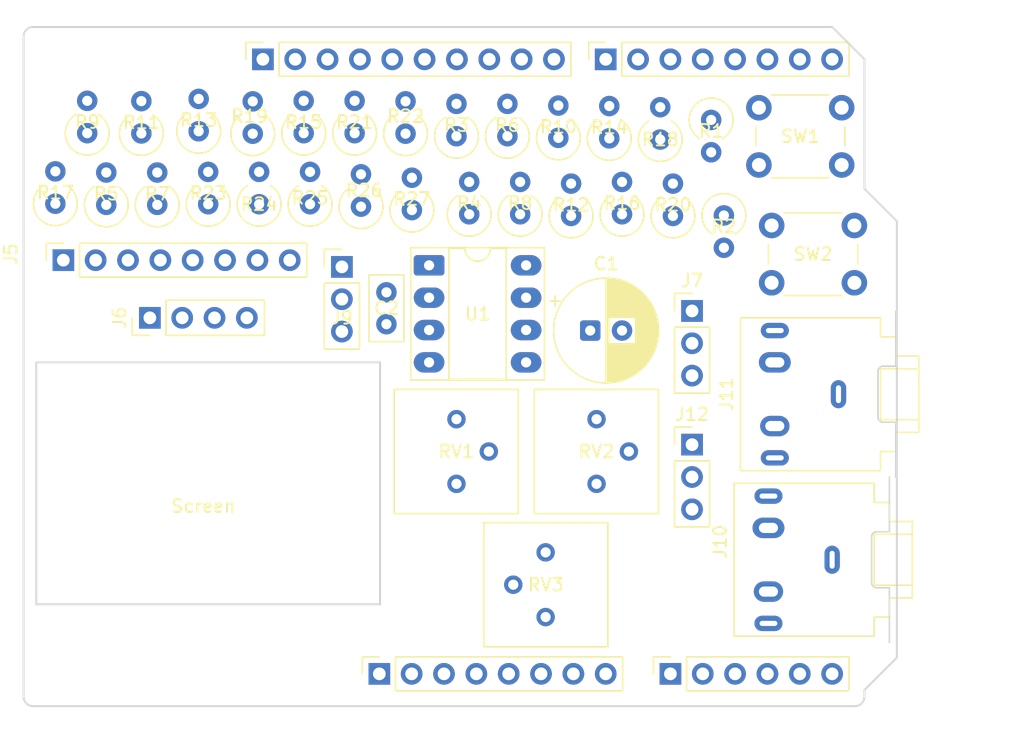
<source format=kicad_pcb>
(kicad_pcb (version 20241229) (generator "pcbnew") (generator_version "9.0")
  (title_block (date "mar. 31 mars 2015"))
  (layers (0 "F.Cu" signal) (2 "B.Cu" signal) (13 "F.Paste" user) (15 "B.Paste" user) (5 "F.SilkS" user "F.Silkscreen") (7 "B.SilkS" user "B.Silkscreen") (1 "F.Mask" user) (3 "B.Mask" user) (25 "Edge.Cuts" user))
  (net 0 "")
  (net 1 "GND")
  (net 3 "+5V")
  (net 4 "/IOREF")
  (net 5 "/A0")
  (net 6 "/A1")
  (net 7 "/SDA{slash}A4")
  (net 8 "/SCL{slash}A5")
  (net 9 "/AREF")
  (net 10 "/TX{slash}1")
  (net 11 "/RX{slash}0")
  (net 12 "+3V3")
  (net 13 "VCC")
  (net 14 "/~{RESET}")
  (net 15 "/SCL")
  (net 16 "/SDA")
  (net 21 "/BT1")
  (net 22 "/BT2")
  (net 23 "Net-(C2-Pad2)")
  (net 24 "Net-(U1A--)")
  (net 25 "/D7")
  (net 26 "/D8")
  (net 27 "/D9")
  (net 28 "/D6")
  (net 29 "/D4")
  (net 30 "/D5")
  (net 31 "/IN_RIGHT")
  (net 32 "/IN_LEFT")
  (net 33 "/D3")
  (net 34 "/D2")
  (net 35 "/D0")
  (net 36 "/D1")
  (net 37 "/AUDIO_OUT")
  (net 38 "Net-(J9-Pin_3)")
  (net 39 "Net-(J9-Pin_2)")
  (net 40 "Net-(R3-Pad2)")
  (net 41 "Net-(R5-Pad1)")
  (net 42 "Net-(R7-Pad1)")
  (net 43 "Net-(R10-Pad1)")
  (net 44 "Net-(R11-Pad1)")
  (net 45 "Net-(R13-Pad1)")
  (net 46 "Net-(R15-Pad1)")
  (net 47 "Net-(R17-Pad1)")
  (net 48 "Net-(R19-Pad1)")
  (net 49 "Net-(R21-Pad1)")
  (net 50 "Net-(R25-Pad2)")
  (net 51 "Net-(R26-Pad1)")
  (net 52 "Net-(U1B--)")
  (footprint "Connector_PinSocket_2.54mm:PinSocket_1x08_P2.54mm_Vertical" (layer "F.Cu") (at 127.94 97.46 90)
    (property "Reference" "J1" (hide yes))
    (property "Value" "Power")
    (pad "1" thru_hole rect (at 0 0 90) (size 1.7 1.7) (drill 1) (layers "*.Cu" "*.Mask"))
    (pad "2" thru_hole oval (at 0 2.54 90) (size 1.7 1.7) (drill 1) (layers "*.Cu" "*.Mask") (net 4 "/IOREF"))
    (pad "3" thru_hole oval (at 0 5.08 90) (size 1.7 1.7) (drill 1) (layers "*.Cu" "*.Mask") (net 14 "/~{RESET}"))
    (pad "4" thru_hole oval (at 0 7.62 90) (size 1.7 1.7) (drill 1) (layers "*.Cu" "*.Mask") (net 12 "+3V3"))
    (pad "5" thru_hole oval (at 0 10.16 90) (size 1.7 1.7) (drill 1) (layers "*.Cu" "*.Mask") (net 3 "+5V"))
    (pad "6" thru_hole oval (at 0 12.7 90) (size 1.7 1.7) (drill 1) (layers "*.Cu" "*.Mask") (net 1 "GND"))
    (pad "7" thru_hole oval (at 0 15.24 90) (size 1.7 1.7) (drill 1) (layers "*.Cu" "*.Mask") (net 1 "GND"))
    (pad "8" thru_hole oval (at 0 17.78 90) (size 1.7 1.7) (drill 1) (layers "*.Cu" "*.Mask") (net 13 "VCC"))
  )
  (footprint "Connector_PinSocket_2.54mm:PinSocket_1x06_P2.54mm_Vertical" (layer "F.Cu") (at 150.8 97.46 90)
    (property "Reference" "J3" (hide yes))
    (property "Value" "Analog")
    (pad "1" thru_hole rect (at 0 0 90) (size 1.7 1.7) (drill 1) (layers "*.Cu" "*.Mask") (net 5 "/A0"))
    (pad "2" thru_hole oval (at 0 2.54 90) (size 1.7 1.7) (drill 1) (layers "*.Cu" "*.Mask") (net 6 "/A1"))
    (pad "3" thru_hole oval (at 0 5.08 90) (size 1.7 1.7) (drill 1) (layers "*.Cu" "*.Mask") (net 31 "/IN_RIGHT"))
    (pad "4" thru_hole oval (at 0 7.62 90) (size 1.7 1.7) (drill 1) (layers "*.Cu" "*.Mask") (net 32 "/IN_LEFT"))
    (pad "5" thru_hole oval (at 0 10.16 90) (size 1.7 1.7) (drill 1) (layers "*.Cu" "*.Mask") (net 7 "/SDA{slash}A4"))
    (pad "6" thru_hole oval (at 0 12.7 90) (size 1.7 1.7) (drill 1) (layers "*.Cu" "*.Mask") (net 8 "/SCL{slash}A5"))
  )
  (footprint "Connector_PinSocket_2.54mm:PinSocket_1x10_P2.54mm_Vertical" (layer "F.Cu") (at 118.796 49.2 90)
    (property "Reference" "J2" (hide yes))
    (property "Value" "Digital/PWM")
    (pad "1" thru_hole rect (at 0 0 90) (size 1.7 1.7) (drill 1) (layers "*.Cu" "*.Mask") (net 15 "/SCL"))
    (pad "2" thru_hole oval (at 0 2.54 90) (size 1.7 1.7) (drill 1) (layers "*.Cu" "*.Mask") (net 16 "/SDA"))
    (pad "3" thru_hole oval (at 0 5.08 90) (size 1.7 1.7) (drill 1) (layers "*.Cu" "*.Mask") (net 9 "/AREF"))
    (pad "4" thru_hole oval (at 0 7.62 90) (size 1.7 1.7) (drill 1) (layers "*.Cu" "*.Mask") (net 1 "GND"))
    (pad "5" thru_hole oval (at 0 10.16 90) (size 1.7 1.7) (drill 1) (layers "*.Cu" "*.Mask") (net 27 "/D9"))
    (pad "6" thru_hole oval (at 0 12.7 90) (size 1.7 1.7) (drill 1) (layers "*.Cu" "*.Mask") (net 26 "/D8"))
    (pad "7" thru_hole oval (at 0 15.24 90) (size 1.7 1.7) (drill 1) (layers "*.Cu" "*.Mask") (net 25 "/D7"))
    (pad "8" thru_hole oval (at 0 17.78 90) (size 1.7 1.7) (drill 1) (layers "*.Cu" "*.Mask") (net 28 "/D6"))
    (pad "9" thru_hole oval (at 0 20.32 90) (size 1.7 1.7) (drill 1) (layers "*.Cu" "*.Mask") (net 30 "/D5"))
    (pad "10" thru_hole oval (at 0 22.86 90) (size 1.7 1.7) (drill 1) (layers "*.Cu" "*.Mask") (net 29 "/D4"))
  )
  (footprint "Connector_PinSocket_2.54mm:PinSocket_1x08_P2.54mm_Vertical" (layer "F.Cu") (at 145.72 49.2 90)
    (property "Reference" "J4" (hide yes))
    (property "Value" "Digital/PWM")
    (pad "1" thru_hole rect (at 0 0 90) (size 1.7 1.7) (drill 1) (layers "*.Cu" "*.Mask") (net 33 "/D3"))
    (pad "2" thru_hole oval (at 0 2.54 90) (size 1.7 1.7) (drill 1) (layers "*.Cu" "*.Mask") (net 34 "/D2"))
    (pad "3" thru_hole oval (at 0 5.08 90) (size 1.7 1.7) (drill 1) (layers "*.Cu" "*.Mask") (net 36 "/D1"))
    (pad "4" thru_hole oval (at 0 7.62 90) (size 1.7 1.7) (drill 1) (layers "*.Cu" "*.Mask") (net 35 "/D0"))
    (pad "5" thru_hole oval (at 0 10.16 90) (size 1.7 1.7) (drill 1) (layers "*.Cu" "*.Mask") (net 22 "/BT2"))
    (pad "6" thru_hole oval (at 0 12.7 90) (size 1.7 1.7) (drill 1) (layers "*.Cu" "*.Mask") (net 21 "/BT1"))
    (pad "7" thru_hole oval (at 0 15.24 90) (size 1.7 1.7) (drill 1) (layers "*.Cu" "*.Mask") (net 10 "/TX{slash}1"))
    (pad "8" thru_hole oval (at 0 17.78 90) (size 1.7 1.7) (drill 1) (layers "*.Cu" "*.Mask") (net 11 "/RX{slash}0"))
  )
  (footprint "Resistor_THT:R_Axial_DIN0309_L9.0mm_D3.2mm_P2.54mm_Vertical" (layer "F.Cu") (at 105 55 90)
    (property "Reference" "R9" (at 0.87 0 180) (layer "F.SilkS"))
    (property "Value" "10k")
    (pad "1" thru_hole circle (at 0 0 90) (size 1.6 1.6) (drill 0.8) (layers "*.Cu" "*.Mask") (net 43 "Net-(R10-Pad1)"))
    (pad "2" thru_hole circle (at 2.54 0 90) (size 1.6 1.6) (drill 0.8) (layers "*.Cu" "*.Mask") (net 42 "Net-(R7-Pad1)"))
  )
  (footprint "Resistor_THT:R_Axial_DIN0309_L9.0mm_D3.2mm_P2.54mm_Vertical" (layer "F.Cu") (at 113.753272 54.85 90)
    (property "Reference" "R13" (at 0.87 0 180) (layer "F.SilkS"))
    (property "Value" "10k")
    (pad "1" thru_hole circle (at 0 0 90) (size 1.6 1.6) (drill 0.8) (layers "*.Cu" "*.Mask") (net 45 "Net-(R13-Pad1)"))
    (pad "2" thru_hole circle (at 2.54 0 90) (size 1.6 1.6) (drill 0.8) (layers "*.Cu" "*.Mask") (net 44 "Net-(R11-Pad1)"))
  )
  (footprint "Resistor_THT:R_Axial_DIN0309_L9.0mm_D3.2mm_P2.54mm_Vertical" (layer "F.Cu") (at 146 55.41 90)
    (property "Reference" "R14" (at 0.87 0 180) (layer "F.SilkS"))
    (property "Value" "20k")
    (pad "1" thru_hole circle (at 0 0 90) (size 1.6 1.6) (drill 0.8) (layers "*.Cu" "*.Mask") (net 45 "Net-(R13-Pad1)"))
    (pad "2" thru_hole circle (at 2.54 0 90) (size 1.6 1.6) (drill 0.8) (layers "*.Cu" "*.Mask") (net 30 "/D5"))
  )
  (footprint "Resistor_THT:R_Axial_DIN0309_L9.0mm_D3.2mm_P2.54mm_Vertical" (layer "F.Cu") (at 150 55.5 90)
    (property "Reference" "R18" (at 0 0 180) (layer "F.SilkS"))
    (property "Value" "20k")
    (pad "1" thru_hole circle (at 0 0 90) (size 1.6 1.6) (drill 0.8) (layers "*.Cu" "*.Mask") (net 47 "Net-(R17-Pad1)"))
    (pad "2" thru_hole circle (at 2.54 0 90) (size 1.6 1.6) (drill 0.8) (layers "*.Cu" "*.Mask") (net 25 "/D7"))
  )
  (footprint "Resistor_THT:R_Axial_DIN0309_L9.0mm_D3.2mm_P2.54mm_Vertical" (layer "F.Cu") (at 135 61.37 90)
    (property "Reference" "R4" (at 0.87 0 180) (layer "F.SilkS"))
    (property "Value" "20k")
    (pad "1" thru_hole circle (at 0 0 90) (size 1.6 1.6) (drill 0.8) (layers "*.Cu" "*.Mask") (net 40 "Net-(R3-Pad2)"))
    (pad "2" thru_hole circle (at 2.54 0 90) (size 1.6 1.6) (drill 0.8) (layers "*.Cu" "*.Mask") (net 35 "/D0"))
  )
  (footprint "Resistor_THT:R_Axial_DIN0309_L9.0mm_D3.2mm_P2.54mm_Vertical" (layer "F.Cu") (at 122 55 90)
    (property "Reference" "R15" (at 0.87 0 180) (layer "F.SilkS"))
    (property "Value" "10k")
    (pad "1" thru_hole circle (at 0 0 90) (size 1.6 1.6) (drill 0.8) (layers "*.Cu" "*.Mask") (net 46 "Net-(R15-Pad1)"))
    (pad "2" thru_hole circle (at 2.54 0 90) (size 1.6 1.6) (drill 0.8) (layers "*.Cu" "*.Mask") (net 45 "Net-(R13-Pad1)"))
  )
  (footprint "Resistor_THT:R_Axial_DIN0309_L9.0mm_D3.2mm_P2.54mm_Vertical" (layer "F.Cu") (at 118 55.043272 90)
    (property "Reference" "R19" (at 1.37 -0.25 180) (layer "F.SilkS"))
    (property "Value" "10k")
    (pad "1" thru_hole circle (at 0 0 90) (size 1.6 1.6) (drill 0.8) (layers "*.Cu" "*.Mask") (net 48 "Net-(R19-Pad1)"))
    (pad "2" thru_hole circle (at 2.54 0 90) (size 1.6 1.6) (drill 0.8) (layers "*.Cu" "*.Mask") (net 47 "Net-(R17-Pad1)"))
  )
  (footprint "Capacitor_THT:C_Disc_D5.0mm_W2.5mm_P2.50mm" (layer "F.Cu") (at 128.5 70 90)
    (property "Reference" "C2" (at 1.25 0 180) (layer "F.SilkS"))
    (property "Value" "100pF")
    (pad "1" thru_hole circle (at 0 0 90) (size 1.6 1.6) (drill 0.8) (layers "*.Cu" "*.Mask") (net 24 "Net-(U1A--)"))
    (pad "2" thru_hole circle (at 2.5 0 90) (size 1.6 1.6) (drill 0.8) (layers "*.Cu" "*.Mask") (net 23 "Net-(C2-Pad2)"))
  )
  (footprint "Resistor_THT:R_Axial_DIN0309_L9.0mm_D3.2mm_P2.54mm_Vertical" (layer "F.Cu") (at 110.5 60.63 90)
    (property "Reference" "R7" (at 0.87 0 180) (layer "F.SilkS"))
    (property "Value" "10k")
    (pad "1" thru_hole circle (at 0 0 90) (size 1.6 1.6) (drill 0.8) (layers "*.Cu" "*.Mask") (net 42 "Net-(R7-Pad1)"))
    (pad "2" thru_hole circle (at 2.54 0 90) (size 1.6 1.6) (drill 0.8) (layers "*.Cu" "*.Mask") (net 41 "Net-(R5-Pad1)"))
  )
  (footprint "Resistor_THT:R_Axial_DIN0309_L9.0mm_D3.2mm_P2.54mm_Vertical" (layer "F.Cu") (at 126 55 90)
    (property "Reference" "R21" (at 0.87 0 180) (layer "F.SilkS"))
    (property "Value" "10k")
    (pad "1" thru_hole circle (at 0 0 90) (size 1.6 1.6) (drill 0.8) (layers "*.Cu" "*.Mask") (net 49 "Net-(R21-Pad1)"))
    (pad "2" thru_hole circle (at 2.54 0 90) (size 1.6 1.6) (drill 0.8) (layers "*.Cu" "*.Mask") (net 48 "Net-(R19-Pad1)"))
  )
  (footprint "Button_Switch_THT:SW_PUSH_6mm" (layer "F.Cu") (at 158.75 62.25)
    (property "Reference" "SW2" (at 3.25 2.25 0) (layer "F.SilkS"))
    (property "Value" "BT_2")
    (pad "1" thru_hole circle (at 0 0 90) (size 2 2) (drill 1.1) (layers "*.Cu" "*.Mask") (net 3 "+5V"))
    (pad "1" thru_hole circle (at 6.5 0 90) (size 2 2) (drill 1.1) (layers "*.Cu" "*.Mask") (net 3 "+5V"))
    (pad "2" thru_hole circle (at 0 4.5 90) (size 2 2) (drill 1.1) (layers "*.Cu" "*.Mask") (net 22 "/BT2"))
    (pad "2" thru_hole circle (at 6.5 4.5 90) (size 2 2) (drill 1.1) (layers "*.Cu" "*.Mask") (net 22 "/BT2"))
  )
  (footprint "Resistor_THT:R_Axial_DIN0309_L9.0mm_D3.2mm_P2.54mm_Vertical" (layer "F.Cu") (at 151 61.5 90)
    (property "Reference" "R20" (at 0.87 0 180) (layer "F.SilkS"))
    (property "Value" "20k")
    (pad "1" thru_hole circle (at 0 0 90) (size 1.6 1.6) (drill 0.8) (layers "*.Cu" "*.Mask") (net 48 "Net-(R19-Pad1)"))
    (pad "2" thru_hole circle (at 2.54 0 90) (size 1.6 1.6) (drill 0.8) (layers "*.Cu" "*.Mask") (net 26 "/D8"))
  )
  (footprint "Resistor_THT:R_Axial_DIN0309_L9.0mm_D3.2mm_P2.54mm_Vertical" (layer "F.Cu") (at 138 55.24 90)
    (property "Reference" "R6" (at 0.87 0 180) (layer "F.SilkS"))
    (property "Value" "20k")
    (pad "1" thru_hole circle (at 0 0 90) (size 1.6 1.6) (drill 0.8) (layers "*.Cu" "*.Mask") (net 41 "Net-(R5-Pad1)"))
    (pad "2" thru_hole circle (at 2.54 0 90) (size 1.6 1.6) (drill 0.8) (layers "*.Cu" "*.Mask") (net 36 "/D1"))
  )
  (footprint "Connector_PinHeader_2.54mm:PinHeader_1x03_P2.54mm_Vertical" (layer "F.Cu") (at 152.5 68.96)
    (property "Reference" "J7" (at 0 -2.38 0) (layer "F.SilkS"))
    (property "Value" "AUDIO_OUT")
    (pad "1" thru_hole rect (at 0 0) (size 1.7 1.7) (drill 1) (layers "*.Cu" "*.Mask") (net 37 "/AUDIO_OUT"))
    (pad "2" thru_hole circle (at 0 2.54) (size 1.7 1.7) (drill 1) (layers "*.Cu" "*.Mask") (net 37 "/AUDIO_OUT"))
    (pad "3" thru_hole circle (at 0 5.08) (size 1.7 1.7) (drill 1) (layers "*.Cu" "*.Mask") (net 1 "GND"))
  )
  (footprint "Resistor_THT:R_Axial_DIN0309_L9.0mm_D3.2mm_P2.54mm_Vertical" (layer "F.Cu") (at 142 55.37 90)
    (property "Reference" "R10" (at 0.87 0 180) (layer "F.SilkS"))
    (property "Value" "20k")
    (pad "1" thru_hole circle (at 0 0 90) (size 1.6 1.6) (drill 0.8) (layers "*.Cu" "*.Mask") (net 43 "Net-(R10-Pad1)"))
    (pad "2" thru_hole circle (at 2.54 0 90) (size 1.6 1.6) (drill 0.8) (layers "*.Cu" "*.Mask") (net 33 "/D3"))
  )
  (footprint "Connector_PinSocket_2.54mm:PinSocket_1x08_P2.54mm_Vertical" (layer "F.Cu") (at 103.125 64.975 90)
    (property "Reference" "J5" (at 0.475 -4.125 90) (layer "F.SilkS"))
    (property "Value" "IMU_CONN")
    (pad "1" thru_hole rect (at 0 0 90) (size 1.7 1.7) (drill 1) (layers "*.Cu" "*.Mask"))
    (pad "2" thru_hole circle (at 0 2.54 90) (size 1.7 1.7) (drill 1) (layers "*.Cu" "*.Mask"))
    (pad "3" thru_hole circle (at 0 5.08 90) (size 1.7 1.7) (drill 1) (layers "*.Cu" "*.Mask"))
    (pad "4" thru_hole circle (at 0 7.62 90) (size 1.7 1.7) (drill 1) (layers "*.Cu" "*.Mask"))
    (pad "5" thru_hole circle (at 0 10.16 90) (size 1.7 1.7) (drill 1) (layers "*.Cu" "*.Mask") (net 16 "/SDA"))
    (pad "6" thru_hole circle (at 0 12.7 90) (size 1.7 1.7) (drill 1) (layers "*.Cu" "*.Mask") (net 15 "/SCL"))
    (pad "7" thru_hole circle (at 0 15.24 90) (size 1.7 1.7) (drill 1) (layers "*.Cu" "*.Mask") (net 1 "GND"))
    (pad "8" thru_hole circle (at 0 17.78 90) (size 1.7 1.7) (drill 1) (layers "*.Cu" "*.Mask") (net 3 "+5V"))
  )
  (footprint "Resistor_THT:R_Axial_DIN0309_L9.0mm_D3.2mm_P2.54mm_Vertical" (layer "F.Cu") (at 126.5 60.77 90)
    (property "Reference" "R26" (at 1.27 0.25 180) (layer "F.SilkS"))
    (property "Value" "20k")
    (pad "1" thru_hole circle (at 0 0 90) (size 1.6 1.6) (drill 0.8) (layers "*.Cu" "*.Mask") (net 51 "Net-(R26-Pad1)"))
    (pad "2" thru_hole circle (at 2.54 0 90) (size 1.6 1.6) (drill 0.8) (layers "*.Cu" "*.Mask") (net 1 "GND"))
  )
  (footprint "Connector_Audio:Jack_3.5mm_CUI_SJ1-3525N_Horizontal" (layer "F.Cu") (at 164 75.5 90)
    (property "Reference" "J11" (at 0 -8.8 90) (layer "F.SilkS"))
    (property "Value" "AudioJack5")
    (fp_line (start 1.8 3.1) (end -1.8 3.1) (stroke (width 0.12)) (layer "Edge.Cuts"))
    (fp_line (start 2.2 3.5) (end 2.2 4.5) (stroke (width 0.12)) (layer "Edge.Cuts"))
    (fp_line (start -2.2 3.5) (end -2.2 4.5) (stroke (width 0.12)) (layer "Edge.Cuts"))
    (fp_line (start 2.2 4.5) (end 6.5 4.5) (stroke (width 0.12)) (layer "Edge.Cuts"))
    (fp_line (start -2.2 4.5) (end -6.5 4.5) (stroke (width 0.12)) (layer "Edge.Cuts"))
    (fp_arc (start 1.8 3.1) (mid 2.082843 3.217157) (end 2.2 3.5) (stroke (width 0.12)) (layer "Edge.Cuts"))
    (fp_arc (start -2.2 3.5) (mid -2.082842 3.217158) (end -1.8 3.1) (stroke (width 0.12)) (layer "Edge.Cuts"))
    (pad "" np_thru_hole circle (at -5 0 90) (size 1.2 1.2) (drill 1.2) (layers "*.Cu" "*.Mask"))
    (pad "" np_thru_hole circle (at -5 2.5 90) (size 1.2 1.2) (drill 1.2) (layers "*.Cu" "*.Mask"))
    (pad "" np_thru_hole circle (at 0 -5 90) (size 1.2 1.2) (drill 1.2) (layers "*.Cu" "*.Mask"))
    (pad "" np_thru_hole circle (at 5 0 90) (size 1.2 1.2) (drill 1.2) (layers "*.Cu" "*.Mask"))
    (pad "" np_thru_hole circle (at 5 2.5 90) (size 1.2 1.2) (drill 1.2) (layers "*.Cu" "*.Mask"))
    (pad "R" thru_hole oval (at -5 -5 90) (size 1.2 2.2) (drill oval 0.4 1.4) (layers "*.Cu" "*.Mask") (net 37 "/AUDIO_OUT"))
    (pad "RN" thru_hole oval (at -2.5 -5 90) (size 1.6 2.3) (drill oval 0.8 1.5) (layers "*.Cu" "*.Mask") (net 37 "/AUDIO_OUT"))
    (pad "S" thru_hole oval (at 0 0 90) (size 2.2 1.2) (drill oval 1.4 0.4) (layers "*.Cu" "*.Mask") (net 1 "GND"))
    (pad "T" thru_hole oval (at 5 -5 270) (size 1.2 2.2) (drill oval 0.4 1.4) (layers "*.Cu" "*.Mask") (net 37 "/AUDIO_OUT"))
    (pad "TN" thru_hole oval (at 2.5 -5 270) (size 1.6 2.5) (drill oval 0.8 1.5) (layers "*.Cu" "*.Mask") (net 37 "/AUDIO_OUT"))
  )
  (footprint "Resistor_THT:R_Axial_DIN0309_L9.0mm_D3.2mm_P2.54mm_Vertical" (layer "F.Cu") (at 106.496728 60.63 90)
    (property "Reference" "R5" (at 0.87 0 180) (layer "F.SilkS"))
    (property "Value" "10k")
    (pad "1" thru_hole circle (at 0 0 90) (size 1.6 1.6) (drill 0.8) (layers "*.Cu" "*.Mask") (net 41 "Net-(R5-Pad1)"))
    (pad "2" thru_hole circle (at 2.54 0 90) (size 1.6 1.6) (drill 0.8) (layers "*.Cu" "*.Mask") (net 40 "Net-(R3-Pad2)"))
  )
  (footprint "Capacitor_THT:CP_Radial_D8.0mm_P2.50mm" (layer "F.Cu") (at 144.5 70.5)
    (property "Reference" "C1" (at 1.25 -5.25 0) (layer "F.SilkS"))
    (property "Value" "47uF")
    (pad "1" thru_hole roundrect (at 0 0) (size 1.6 1.6) (drill 0.8) (layers "*.Cu" "*.Mask") (roundrect_rratio 0.15625) (net 3 "+5V"))
    (pad "2" thru_hole circle (at 2.5 0) (size 1.6 1.6) (drill 0.8) (layers "*.Cu" "*.Mask") (net 1 "GND"))
  )
  (footprint "Resistor_THT:R_Axial_DIN0309_L9.0mm_D3.2mm_P2.54mm_Vertical" (layer "F.Cu") (at 118.5 60.58 90)
    (property "Reference" "R24" (at 0 0 180) (layer "F.SilkS"))
    (property "Value" "20k")
    (pad "1" thru_hole circle (at 0 0 90) (size 1.6 1.6) (drill 0.8) (layers "*.Cu" "*.Mask") (net 23 "Net-(C2-Pad2)"))
    (pad "2" thru_hole circle (at 2.54 0 90) (size 1.6 1.6) (drill 0.8) (layers "*.Cu" "*.Mask") (net 24 "Net-(U1A--)"))
  )
  (footprint "Resistor_THT:R_Axial_DIN0309_L9.0mm_D3.2mm_P2.54mm_Vertical" (layer "F.Cu") (at 143 61.5 90)
    (property "Reference" "R12" (at 0.87 0 180) (layer "F.SilkS"))
    (property "Value" "20k")
    (pad "1" thru_hole circle (at 0 0 90) (size 1.6 1.6) (drill 0.8) (layers "*.Cu" "*.Mask") (net 44 "Net-(R11-Pad1)"))
    (pad "2" thru_hole circle (at 2.54 0 90) (size 1.6 1.6) (drill 0.8) (layers "*.Cu" "*.Mask") (net 29 "/D4"))
  )
  (footprint "Button_Switch_THT:SW_PUSH_6mm" (layer "F.Cu") (at 157.75 53)
    (property "Reference" "SW1" (at 3.25 2.25 0) (layer "F.SilkS"))
    (property "Value" "BT_1")
    (pad "1" thru_hole circle (at 0 0 90) (size 2 2) (drill 1.1) (layers "*.Cu" "*.Mask") (net 3 "+5V"))
    (pad "1" thru_hole circle (at 6.5 0 90) (size 2 2) (drill 1.1) (layers "*.Cu" "*.Mask") (net 3 "+5V"))
    (pad "2" thru_hole circle (at 0 4.5 90) (size 2 2) (drill 1.1) (layers "*.Cu" "*.Mask") (net 21 "/BT1"))
    (pad "2" thru_hole circle (at 6.5 4.5 90) (size 2 2) (drill 1.1) (layers "*.Cu" "*.Mask") (net 21 "/BT1"))
  )
  (footprint "Resistor_THT:R_Axial_DIN0309_L9.0mm_D3.2mm_P2.54mm_Vertical" (layer "F.Cu") (at 109.253272 55.023272 90)
    (property "Reference" "R11" (at 0.87 0 180) (layer "F.SilkS"))
    (property "Value" "10k")
    (pad "1" thru_hole circle (at 0 0 90) (size 1.6 1.6) (drill 0.8) (layers "*.Cu" "*.Mask") (net 44 "Net-(R11-Pad1)"))
    (pad "2" thru_hole circle (at 2.54 0 90) (size 1.6 1.6) (drill 0.8) (layers "*.Cu" "*.Mask") (net 43 "Net-(R10-Pad1)"))
  )
  (footprint "Resistor_THT:R_Axial_DIN0309_L9.0mm_D3.2mm_P2.54mm_Vertical" (layer "F.Cu") (at 130 55.04 90)
    (property "Reference" "R22" (at 1.37 0 180) (layer "F.SilkS"))
    (property "Value" "20k")
    (pad "1" thru_hole circle (at 0 0 90) (size 1.6 1.6) (drill 0.8) (layers "*.Cu" "*.Mask") (net 49 "Net-(R21-Pad1)"))
    (pad "2" thru_hole circle (at 2.54 0 90) (size 1.6 1.6) (drill 0.8) (layers "*.Cu" "*.Mask") (net 27 "/D9"))
  )
  (footprint "Connector_PinHeader_2.54mm:PinHeader_1x03_P2.54mm_Vertical" (layer "F.Cu") (at 152.5 79.46)
    (property "Reference" "J12" (at 0 -2.38 0) (layer "F.SilkS"))
    (property "Value" "AUDIO_IN")
    (pad "1" thru_hole rect (at 0 0) (size 1.7 1.7) (drill 1) (layers "*.Cu" "*.Mask") (net 1 "GND"))
    (pad "2" thru_hole circle (at 0 2.54) (size 1.7 1.7) (drill 1) (layers "*.Cu" "*.Mask") (net 31 "/IN_RIGHT"))
    (pad "3" thru_hole circle (at 0 5.08) (size 1.7 1.7) (drill 1) (layers "*.Cu" "*.Mask") (net 32 "/IN_LEFT"))
  )
  (footprint "Resistor_THT:R_Axial_DIN0309_L9.0mm_D3.2mm_P2.54mm_Vertical" (layer "F.Cu") (at 154 53.96 -90)
    (property "Reference" "R1" (at 0.87 0 180) (layer "F.SilkS"))
    (property "Value" "100k")
    (pad "1" thru_hole circle (at 0 0 270) (size 1.6 1.6) (drill 0.8) (layers "*.Cu" "*.Mask") (net 21 "/BT1"))
    (pad "2" thru_hole circle (at 2.54 0 270) (size 1.6 1.6) (drill 0.8) (layers "*.Cu" "*.Mask") (net 1 "GND"))
  )
  (footprint "Resistor_THT:R_Axial_DIN0309_L9.0mm_D3.2mm_P2.54mm_Vertical" (layer "F.Cu") (at 130.5 61.04 90)
    (property "Reference" "R27" (at 0.87 0 180) (layer "F.SilkS"))
    (property "Value" "1k")
    (pad "1" thru_hole circle (at 0 0 90) (size 1.6 1.6) (drill 0.8) (layers "*.Cu" "*.Mask") (net 37 "/AUDIO_OUT"))
    (pad "2" thru_hole circle (at 2.54 0 90) (size 1.6 1.6) (drill 0.8) (layers "*.Cu" "*.Mask") (net 23 "Net-(C2-Pad2)"))
  )
  (footprint "Resistor_THT:R_Axial_DIN0309_L9.0mm_D3.2mm_P2.54mm_Vertical" (layer "F.Cu") (at 102.5 60.54 90)
    (property "Reference" "R17" (at 0.87 0 180) (layer "F.SilkS"))
    (property "Value" "10k")
    (pad "1" thru_hole circle (at 0 0 90) (size 1.6 1.6) (drill 0.8) (layers "*.Cu" "*.Mask") (net 47 "Net-(R17-Pad1)"))
    (pad "2" thru_hole circle (at 2.54 0 90) (size 1.6 1.6) (drill 0.8) (layers "*.Cu" "*.Mask") (net 46 "Net-(R15-Pad1)"))
  )
  (footprint "Resistor_THT:R_Axial_DIN0309_L9.0mm_D3.2mm_P2.54mm_Vertical" (layer "F.Cu") (at 122.5 60.58 90)
    (property "Reference" "R25" (at 0.5 0 180) (layer "F.SilkS"))
    (property "Value" "20k")
    (pad "1" thru_hole circle (at 0 0 90) (size 1.6 1.6) (drill 0.8) (layers "*.Cu" "*.Mask") (net 3 "+5V"))
    (pad "2" thru_hole circle (at 2.54 0 90) (size 1.6 1.6) (drill 0.8) (layers "*.Cu" "*.Mask") (net 50 "Net-(R25-Pad2)"))
  )
  (footprint "Resistor_THT:R_Axial_DIN0309_L9.0mm_D3.2mm_P2.54mm_Vertical" (layer "F.Cu") (at 147 61.37 90)
    (property "Reference" "R16" (at 0.87 0 180) (layer "F.SilkS"))
    (property "Value" "20k")
    (pad "1" thru_hole circle (at 0 0 90) (size 1.6 1.6) (drill 0.8) (layers "*.Cu" "*.Mask") (net 46 "Net-(R15-Pad1)"))
    (pad "2" thru_hole circle (at 2.54 0 90) (size 1.6 1.6) (drill 0.8) (layers "*.Cu" "*.Mask") (net 28 "/D6"))
  )
  (footprint "Potentiometer_THT:Potentiometer_Bourns_3386P_Vertical" (layer "F.Cu") (at 134 82.54)
    (property "Reference" "RV1" (at -0.015 -2.54 0) (layer "F.SilkS"))
    (property "Value" "100k")
    (pad "1" thru_hole circle (at 0 0) (size 1.44 1.44) (drill 0.8) (layers "*.Cu" "*.Mask") (net 3 "+5V"))
    (pad "2" thru_hole circle (at 2.54 -2.54) (size 1.44 1.44) (drill 0.8) (layers "*.Cu" "*.Mask") (net 5 "/A0"))
    (pad "3" thru_hole circle (at 0 -5.08) (size 1.44 1.44) (drill 0.8) (layers "*.Cu" "*.Mask") (net 1 "GND"))
  )
  (footprint "Resistor_THT:R_Axial_DIN0309_L9.0mm_D3.2mm_P2.54mm_Vertical" (layer "F.Cu") (at 155 61.46 -90)
    (property "Reference" "R2" (at 0.87 0 180) (layer "F.SilkS"))
    (property "Value" "100k")
    (pad "1" thru_hole circle (at 0 0 270) (size 1.6 1.6) (drill 0.8) (layers "*.Cu" "*.Mask") (net 22 "/BT2"))
    (pad "2" thru_hole circle (at 2.54 0 270) (size 1.6 1.6) (drill 0.8) (layers "*.Cu" "*.Mask") (net 1 "GND"))
  )
  (footprint "Package_DIP:DIP-8_W7.62mm_Socket_LongPads" (layer "F.Cu") (at 131.847349 65.38)
    (property "Reference" "U1" (at 3.81 3.81 0) (layer "F.SilkS"))
    (property "Value" "MCP6002-xP")
    (pad "1" thru_hole roundrect (at 0 0) (size 2.4 1.6) (drill 0.8) (layers "*.Cu" "*.Mask") (roundrect_rratio 0.15625) (net 23 "Net-(C2-Pad2)"))
    (pad "2" thru_hole oval (at 0 2.54) (size 2.4 1.6) (drill 0.8) (layers "*.Cu" "*.Mask") (net 24 "Net-(U1A--)"))
    (pad "3" thru_hole oval (at 0 5.08) (size 2.4 1.6) (drill 0.8) (layers "*.Cu" "*.Mask") (net 39 "Net-(J9-Pin_2)"))
    (pad "4" thru_hole oval (at 0 7.62) (size 2.4 1.6) (drill 0.8) (layers "*.Cu" "*.Mask") (net 1 "GND"))
    (pad "5" thru_hole oval (at 7.62 7.62) (size 2.4 1.6) (drill 0.8) (layers "*.Cu" "*.Mask") (net 1 "GND"))
    (pad "6" thru_hole oval (at 7.62 5.08) (size 2.4 1.6) (drill 0.8) (layers "*.Cu" "*.Mask") (net 52 "Net-(U1B--)"))
    (pad "7" thru_hole oval (at 7.62 2.54) (size 2.4 1.6) (drill 0.8) (layers "*.Cu" "*.Mask") (net 52 "Net-(U1B--)"))
    (pad "8" thru_hole oval (at 7.62 0) (size 2.4 1.6) (drill 0.8) (layers "*.Cu" "*.Mask") (net 3 "+5V"))
  )
  (footprint "Connector_PinHeader_2.54mm:PinHeader_1x03_P2.54mm_Vertical" (layer "F.Cu") (at 125 65.5)
    (property "Reference" "J9" (at 0 4 0) (layer "F.SilkS"))
    (property "Value" "JUMPER")
    (pad "1" thru_hole rect (at 0 0) (size 1.7 1.7) (drill 1) (layers "*.Cu" "*.Mask") (net 1 "GND"))
    (pad "2" thru_hole circle (at 0 2.54) (size 1.7 1.7) (drill 1) (layers "*.Cu" "*.Mask") (net 39 "Net-(J9-Pin_2)"))
    (pad "3" thru_hole circle (at 0 5.08) (size 1.7 1.7) (drill 1) (layers "*.Cu" "*.Mask") (net 38 "Net-(J9-Pin_3)"))
  )
  (footprint "Resistor_THT:R_Axial_DIN0309_L9.0mm_D3.2mm_P2.54mm_Vertical" (layer "F.Cu") (at 134 55.24 90)
    (property "Reference" "R3" (at 0.87 0 180) (layer "F.SilkS"))
    (property "Value" "20k")
    (pad "1" thru_hole circle (at 0 0 90) (size 1.6 1.6) (drill 0.8) (layers "*.Cu" "*.Mask") (net 1 "GND"))
    (pad "2" thru_hole circle (at 2.54 0 90) (size 1.6 1.6) (drill 0.8) (layers "*.Cu" "*.Mask") (net 40 "Net-(R3-Pad2)"))
  )
  (footprint "Connector_Audio:Jack_3.5mm_CUI_SJ1-3525N_Horizontal" (layer "F.Cu") (at 163.5 88.5 90)
    (property "Reference" "J10" (at 1.42 -8.8 90) (layer "F.SilkS"))
    (property "Value" "AudioJack5")
    (fp_line (start 1.8 3.1) (end -1.8 3.1) (stroke (width 0.12)) (layer "Edge.Cuts"))
    (fp_line (start 2.2 3.5) (end 2.2 4.5) (stroke (width 0.12)) (layer "Edge.Cuts"))
    (fp_line (start -2.2 3.5) (end -2.2 4.5) (stroke (width 0.12)) (layer "Edge.Cuts"))
    (fp_line (start 2.2 4.5) (end 6.5 4.5) (stroke (width 0.12)) (layer "Edge.Cuts"))
    (fp_line (start -2.2 4.5) (end -6.5 4.5) (stroke (width 0.12)) (layer "Edge.Cuts"))
    (fp_arc (start 1.8 3.1) (mid 2.082843 3.217157) (end 2.2 3.5) (stroke (width 0.12)) (layer "Edge.Cuts"))
    (fp_arc (start -2.2 3.5) (mid -2.082842 3.217158) (end -1.8 3.1) (stroke (width 0.12)) (layer "Edge.Cuts"))
    (pad "" np_thru_hole circle (at -5 0 90) (size 1.2 1.2) (drill 1.2) (layers "*.Cu" "*.Mask"))
    (pad "" np_thru_hole circle (at -5 2.5 90) (size 1.2 1.2) (drill 1.2) (layers "*.Cu" "*.Mask"))
    (pad "" np_thru_hole circle (at 0 -5 90) (size 1.2 1.2) (drill 1.2) (layers "*.Cu" "*.Mask"))
    (pad "" np_thru_hole circle (at 5 0 90) (size 1.2 1.2) (drill 1.2) (layers "*.Cu" "*.Mask"))
    (pad "" np_thru_hole circle (at 5 2.5 90) (size 1.2 1.2) (drill 1.2) (layers "*.Cu" "*.Mask"))
    (pad "R" thru_hole oval (at -5 -5 90) (size 1.2 2.2) (drill oval 0.4 1.4) (layers "*.Cu" "*.Mask") (net 31 "/IN_RIGHT"))
    (pad "RN" thru_hole oval (at -2.5 -5 90) (size 1.6 2.3) (drill oval 0.8 1.5) (layers "*.Cu" "*.Mask") (net 31 "/IN_RIGHT"))
    (pad "S" thru_hole oval (at 0 0 90) (size 2.2 1.2) (drill oval 1.4 0.4) (layers "*.Cu" "*.Mask") (net 1 "GND"))
    (pad "T" thru_hole oval (at 5 -5 270) (size 1.2 2.2) (drill oval 0.4 1.4) (layers "*.Cu" "*.Mask") (net 32 "/IN_LEFT"))
    (pad "TN" thru_hole oval (at 2.5 -5 270) (size 1.6 2.5) (drill oval 0.8 1.5) (layers "*.Cu" "*.Mask") (net 32 "/IN_LEFT"))
  )
  (footprint "Potentiometer_THT:Potentiometer_Bourns_3386P_Vertical" (layer "F.Cu") (at 141 87.92 180)
    (property "Reference" "RV3" (at -0.015 -2.54 0) (layer "F.SilkS"))
    (property "Value" "100k")
    (pad "1" thru_hole circle (at 0 0 180) (size 1.44 1.44) (drill 0.8) (layers "*.Cu" "*.Mask") (net 50 "Net-(R25-Pad2)"))
    (pad "2" thru_hole circle (at 2.54 -2.54 180) (size 1.44 1.44) (drill 0.8) (layers "*.Cu" "*.Mask") (net 38 "Net-(J9-Pin_3)"))
    (pad "3" thru_hole circle (at 0 -5.08 180) (size 1.44 1.44) (drill 0.8) (layers "*.Cu" "*.Mask") (net 51 "Net-(R26-Pad1)"))
  )
  (footprint "Potentiometer_THT:Potentiometer_Bourns_3386P_Vertical" (layer "F.Cu") (at 145 82.54)
    (property "Reference" "RV2" (at -0.015 -2.54 0) (layer "F.SilkS"))
    (property "Value" "100k")
    (pad "1" thru_hole circle (at 0 0) (size 1.44 1.44) (drill 0.8) (layers "*.Cu" "*.Mask") (net 3 "+5V"))
    (pad "2" thru_hole circle (at 2.54 -2.54) (size 1.44 1.44) (drill 0.8) (layers "*.Cu" "*.Mask") (net 6 "/A1"))
    (pad "3" thru_hole circle (at 0 -5.08) (size 1.44 1.44) (drill 0.8) (layers "*.Cu" "*.Mask") (net 1 "GND"))
  )
  (footprint "Resistor_THT:R_Axial_DIN0309_L9.0mm_D3.2mm_P2.54mm_Vertical" (layer "F.Cu") (at 139 61.37 90)
    (property "Reference" "R8" (at 0.87 0 180) (layer "F.SilkS"))
    (property "Value" "20k")
    (pad "1" thru_hole circle (at 0 0 90) (size 1.6 1.6) (drill 0.8) (layers "*.Cu" "*.Mask") (net 42 "Net-(R7-Pad1)"))
    (pad "2" thru_hole circle (at 2.54 0 90) (size 1.6 1.6) (drill 0.8) (layers "*.Cu" "*.Mask") (net 34 "/D2"))
  )
  (footprint "Connector_PinHeader_2.54mm:PinHeader_1x04_P2.54mm_Vertical" (layer "F.Cu") (at 109.92 69.5 90)
    (property "Reference" "J6" (at 0 -2.38 90) (layer "F.SilkS"))
    (property "Value" "SCREEN_CONN")
    (pad "1" thru_hole rect (at 0 0 90) (size 1.7 1.7) (drill 1) (layers "*.Cu" "*.Mask") (net 1 "GND"))
    (pad "2" thru_hole circle (at 0 2.54 90) (size 1.7 1.7) (drill 1) (layers "*.Cu" "*.Mask") (net 3 "+5V"))
    (pad "3" thru_hole circle (at 0 5.08 90) (size 1.7 1.7) (drill 1) (layers "*.Cu" "*.Mask") (net 15 "/SCL"))
    (pad "4" thru_hole circle (at 0 7.62 90) (size 1.7 1.7) (drill 1) (layers "*.Cu" "*.Mask") (net 16 "/SDA"))
  )
  (footprint "Resistor_THT:R_Axial_DIN0309_L9.0mm_D3.2mm_P2.54mm_Vertical" (layer "F.Cu") (at 114.5 60.58 90)
    (property "Reference" "R23" (at 0.87 0 180) (layer "F.SilkS"))
    (property "Value" "20k")
    (pad "1" thru_hole circle (at 0 0 90) (size 1.6 1.6) (drill 0.8) (layers "*.Cu" "*.Mask") (net 24 "Net-(U1A--)"))
    (pad "2" thru_hole circle (at 2.54 0 90) (size 1.6 1.6) (drill 0.8) (layers "*.Cu" "*.Mask") (net 49 "Net-(R21-Pad1)"))
  )
  (gr_line (start 166.04 59.36) (end 168.58 61.9) (stroke (width 0.15)) (layer "Edge.Cuts"))
  (gr_line (start 101 73) (end 101 92) (stroke (width 0.15)) (layer "Edge.Cuts"))
  (gr_line (start 100 99.238) (end 100 47.422) (stroke (width 0.15)) (layer "Edge.Cuts"))
  (gr_line (start 168.58 61.9) (end 168.58 96.19) (stroke (width 0.15)) (layer "Edge.Cuts"))
  (gr_line (start 165.278 100) (end 100.762 100) (stroke (width 0.15)) (layer "Edge.Cuts"))
  (gr_line (start 100.762 46.66) (end 163.5 46.66) (stroke (width 0.15)) (layer "Edge.Cuts"))
  (gr_arc (start 100.762 100) (mid 100.223185 99.776815) (end 100 99.238) (stroke (width 0.15)) (layer "Edge.Cuts"))
  (gr_line (start 168.58 96.19) (end 166.04 98.73) (stroke (width 0.15)) (layer "Edge.Cuts"))
  (gr_line (start 128 73) (end 101 73) (stroke (width 0.15)) (layer "Edge.Cuts"))
  (gr_line (start 128 92) (end 128 73) (stroke (width 0.15)) (layer "Edge.Cuts"))
  (gr_line (start 163.5 46.66) (end 166.04 49.2) (stroke (width 0.15)) (layer "Edge.Cuts"))
  (gr_arc (start 166.04 99.238) (mid 165.816815 99.776815) (end 165.278 100) (stroke (width 0.15)) (layer "Edge.Cuts"))
  (gr_line (start 166.04 49.2) (end 166.04 59.36) (stroke (width 0.15)) (layer "Edge.Cuts"))
  (gr_line (start 166.04 98.73) (end 166.04 99.238) (stroke (width 0.15)) (layer "Edge.Cuts"))
  (gr_arc (start 100 47.422) (mid 100.223185 46.883185) (end 100.762 46.66) (stroke (width 0.15)) (layer "Edge.Cuts"))
  (gr_line (start 128 92) (end 101 92) (stroke (width 0.15)) (layer "Edge.Cuts"))
  (gr_text "Screen\n" (at 111.5 84.875 0) (layer "F.SilkS") (effects (font (size 1 1)) (justify left bottom)))
)
</source>
